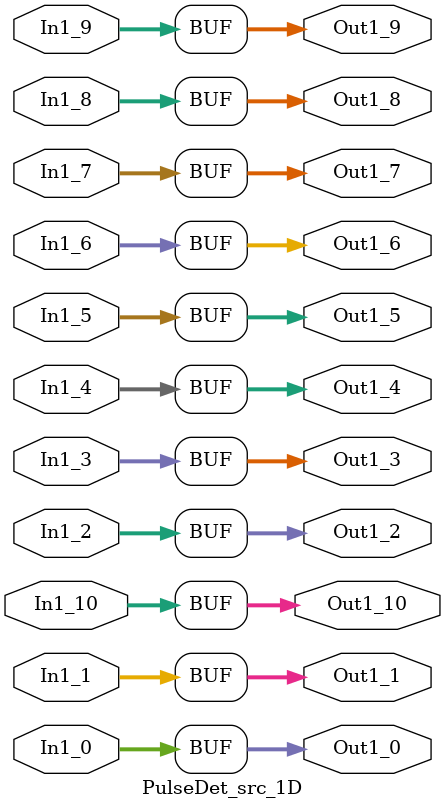
<source format=v>



`timescale 1 ns / 1 ns

module PulseDet_src_1D
          (In1_0,
           In1_1,
           In1_2,
           In1_3,
           In1_4,
           In1_5,
           In1_6,
           In1_7,
           In1_8,
           In1_9,
           In1_10,
           Out1_0,
           Out1_1,
           Out1_2,
           Out1_3,
           Out1_4,
           Out1_5,
           Out1_6,
           Out1_7,
           Out1_8,
           Out1_9,
           Out1_10);


  input   signed [17:0] In1_0;  // sfix18_En11
  input   signed [17:0] In1_1;  // sfix18_En11
  input   signed [17:0] In1_2;  // sfix18_En11
  input   signed [17:0] In1_3;  // sfix18_En11
  input   signed [17:0] In1_4;  // sfix18_En11
  input   signed [17:0] In1_5;  // sfix18_En11
  input   signed [17:0] In1_6;  // sfix18_En11
  input   signed [17:0] In1_7;  // sfix18_En11
  input   signed [17:0] In1_8;  // sfix18_En11
  input   signed [17:0] In1_9;  // sfix18_En11
  input   signed [17:0] In1_10;  // sfix18_En11
  output  signed [17:0] Out1_0;  // sfix18_En11
  output  signed [17:0] Out1_1;  // sfix18_En11
  output  signed [17:0] Out1_2;  // sfix18_En11
  output  signed [17:0] Out1_3;  // sfix18_En11
  output  signed [17:0] Out1_4;  // sfix18_En11
  output  signed [17:0] Out1_5;  // sfix18_En11
  output  signed [17:0] Out1_6;  // sfix18_En11
  output  signed [17:0] Out1_7;  // sfix18_En11
  output  signed [17:0] Out1_8;  // sfix18_En11
  output  signed [17:0] Out1_9;  // sfix18_En11
  output  signed [17:0] Out1_10;  // sfix18_En11




  assign Out1_0 = In1_0;

  assign Out1_1 = In1_1;

  assign Out1_2 = In1_2;

  assign Out1_3 = In1_3;

  assign Out1_4 = In1_4;

  assign Out1_5 = In1_5;

  assign Out1_6 = In1_6;

  assign Out1_7 = In1_7;

  assign Out1_8 = In1_8;

  assign Out1_9 = In1_9;

  assign Out1_10 = In1_10;

endmodule  // PulseDet_src_1D


</source>
